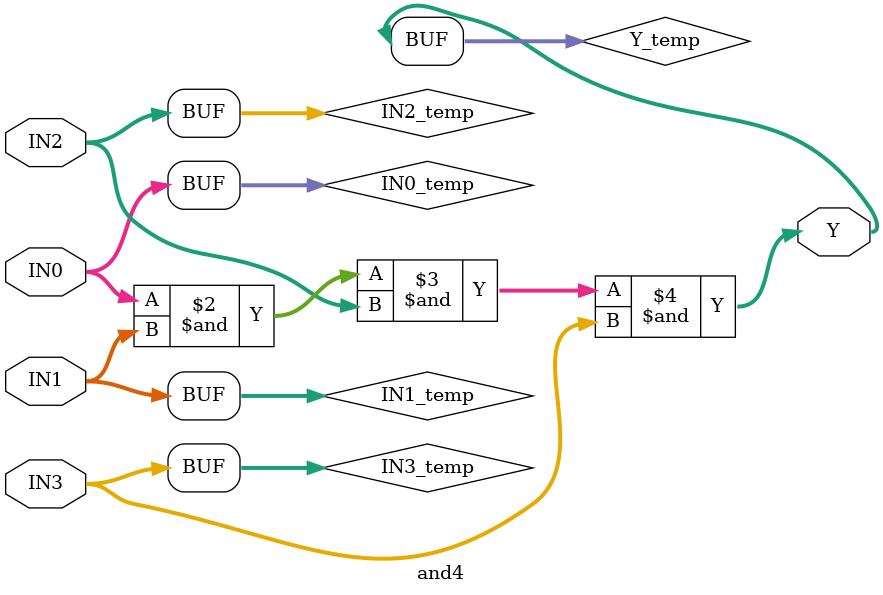
<source format=v>
module and4(IN0,IN1,IN2,IN3,Y);
  parameter N = 8;
  parameter DPFLAG = 0;
  parameter GROUP = "std";
  parameter
        d_IN0 = 0,
        d_IN1 = 0,
        d_IN2 = 0,
        d_IN3 = 0,
        d_Y = 1;
  input [(N - 1):0] IN0;
  input [(N - 1):0] IN1;
  input [(N - 1):0] IN2;
  input [(N - 1):0] IN3;
  output [(N - 1):0] Y;
  wire [(N - 1):0] IN0_temp;
  wire [(N - 1):0] IN1_temp;
  wire [(N - 1):0] IN2_temp;
  wire [(N - 1):0] IN3_temp;
  reg [(N - 1):0] Y_temp;
  assign #(d_IN0) IN0_temp = IN0;
  assign #(d_IN1) IN1_temp = IN1;
  assign #(d_IN2) IN2_temp = IN2;
  assign #(d_IN3) IN3_temp = IN3;
  assign #(d_Y) Y = Y_temp;
  initial
    begin
    if((DPFLAG == 1))
      $display("(WARNING) The instance %m of type and4 can't be implemented as a data-path cell");
    end
  always
    @(IN0_temp or IN1_temp or IN2_temp or IN3_temp)
      begin
      Y_temp = (((IN0_temp & IN1_temp) & IN2_temp) & IN3_temp);
      end
endmodule

</source>
